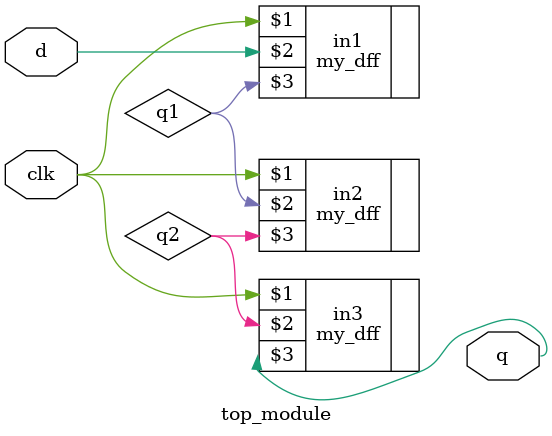
<source format=v>
module top_module ( input clk, input d, output q );
    wire q1,q2,q3;
    my_dff in1(clk,d,q1);
    my_dff in2(clk,q1,q2);
    my_dff in3(clk,q2,q);

endmodule

</source>
